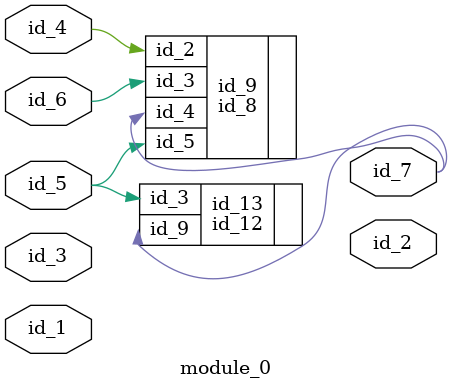
<source format=v>
module module_0 (
    id_1,
    id_2,
    id_3,
    id_4,
    id_5,
    id_6,
    id_7
);
  output id_7;
  input id_6;
  input id_5;
  input id_4;
  input id_3;
  output id_2;
  input id_1;
  id_8 id_9 (
      .id_4(id_7),
      .id_3(id_6 == 1),
      .id_5(id_6),
      .id_5(id_5),
      .id_2(id_4)
  );
  id_10 id_11 (
      .id_2(id_9),
      .id_1(1),
      .id_1(1)
  );
  id_12 id_13 (
      .id_3(id_1),
      .id_9(),
      .id_9(id_7),
      .id_3(id_5)
  );
endmodule

</source>
